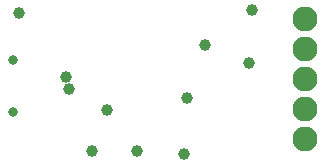
<source format=gbs>
G04 Layer_Color=16711935*
%FSLAX23Y23*%
%MOIN*%
G70*
G01*
G75*
%ADD33C,0.083*%
%ADD34C,0.032*%
%ADD35C,0.039*%
D33*
X1181Y472D02*
D03*
Y372D02*
D03*
Y272D02*
D03*
Y172D02*
D03*
Y72D02*
D03*
D34*
X206Y335D02*
D03*
Y161D02*
D03*
D35*
X994Y325D02*
D03*
X472Y30D02*
D03*
X778Y20D02*
D03*
X1004Y502D02*
D03*
X226Y492D02*
D03*
X620Y30D02*
D03*
X384Y279D02*
D03*
X394Y236D02*
D03*
X522Y167D02*
D03*
X846Y384D02*
D03*
X787Y207D02*
D03*
M02*

</source>
